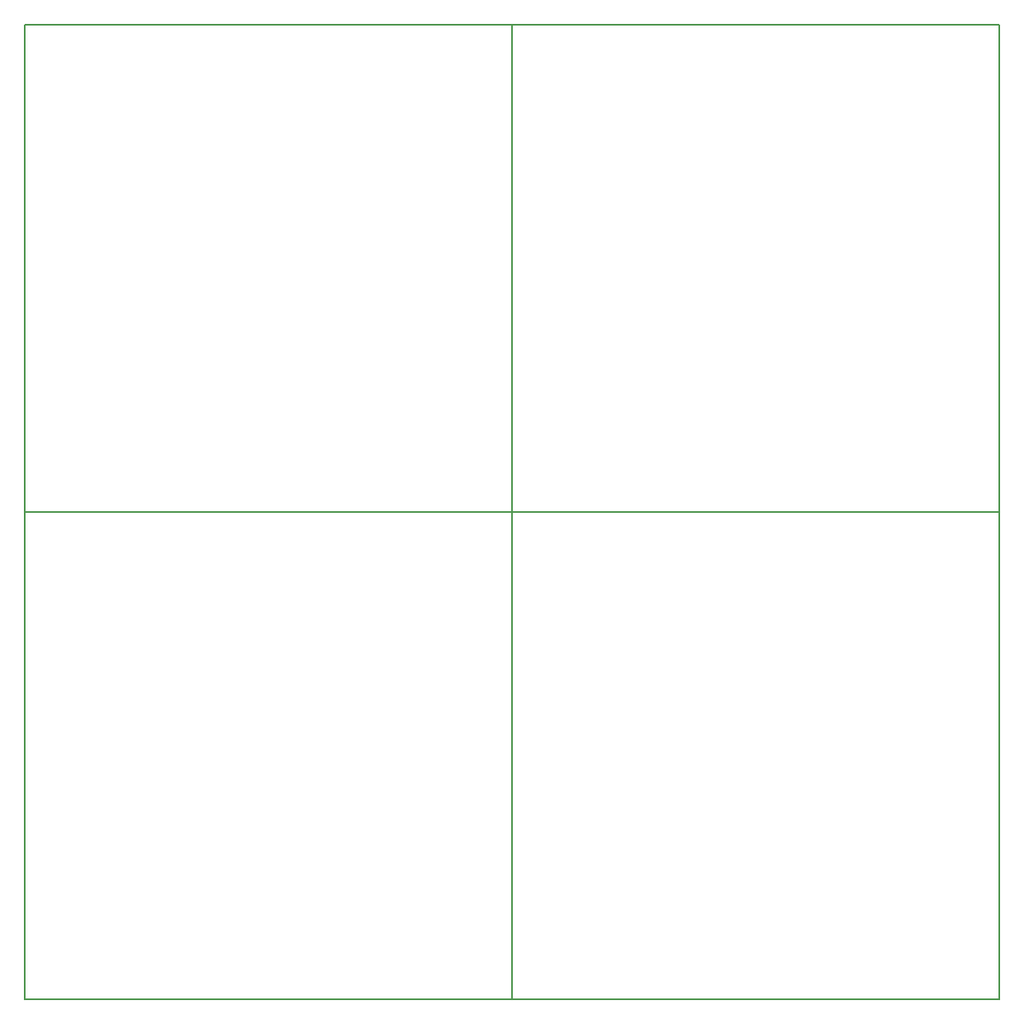
<source format=gm1>
G04 #@! TF.FileFunction,Profile,NP*
%FSLAX46Y46*%
G04 Gerber Fmt 4.6, Leading zero omitted, Abs format (unit mm)*
G04 Created by KiCad (PCBNEW 4.0.6) date 02/07/18 21:53:05*
%MOMM*%
%LPD*%
G01*
G04 APERTURE LIST*
%ADD10C,0.100000*%
%ADD11C,0.150000*%
G04 APERTURE END LIST*
D10*
D11*
X57508000Y-99365000D02*
X57508000Y-149365000D01*
X107508000Y-99365000D02*
X57508000Y-99365000D01*
X107508000Y-149365000D02*
X107508000Y-99365000D01*
X57508000Y-149365000D02*
X107508000Y-149365000D01*
X107508000Y-99365000D02*
X107508000Y-149365000D01*
X157508000Y-99365000D02*
X107508000Y-99365000D01*
X157508000Y-149365000D02*
X157508000Y-99365000D01*
X107508000Y-149365000D02*
X157508000Y-149365000D01*
X57508000Y-49365000D02*
X57508000Y-99365000D01*
X107508000Y-49365000D02*
X57508000Y-49365000D01*
X107508000Y-99365000D02*
X107508000Y-49365000D01*
X57508000Y-99365000D02*
X107508000Y-99365000D01*
X107508000Y-49365000D02*
X107508000Y-99365000D01*
X157508000Y-49365000D02*
X107508000Y-49365000D01*
X157508000Y-99365000D02*
X157508000Y-49365000D01*
X107508000Y-99365000D02*
X157508000Y-99365000D01*
M02*

</source>
